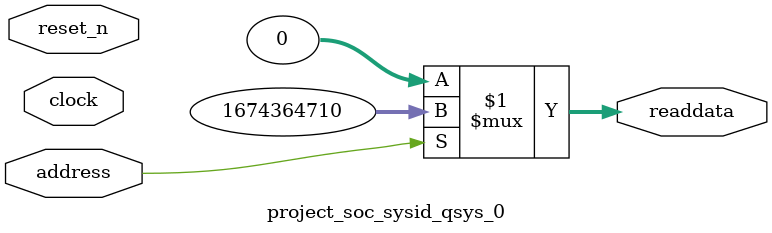
<source format=v>



// synthesis translate_off
`timescale 1ns / 1ps
// synthesis translate_on

// turn off superfluous verilog processor warnings 
// altera message_level Level1 
// altera message_off 10034 10035 10036 10037 10230 10240 10030 

module project_soc_sysid_qsys_0 (
               // inputs:
                address,
                clock,
                reset_n,

               // outputs:
                readdata
             )
;

  output  [ 31: 0] readdata;
  input            address;
  input            clock;
  input            reset_n;

  wire    [ 31: 0] readdata;
  //control_slave, which is an e_avalon_slave
  assign readdata = address ? 1674364710 : 0;

endmodule



</source>
